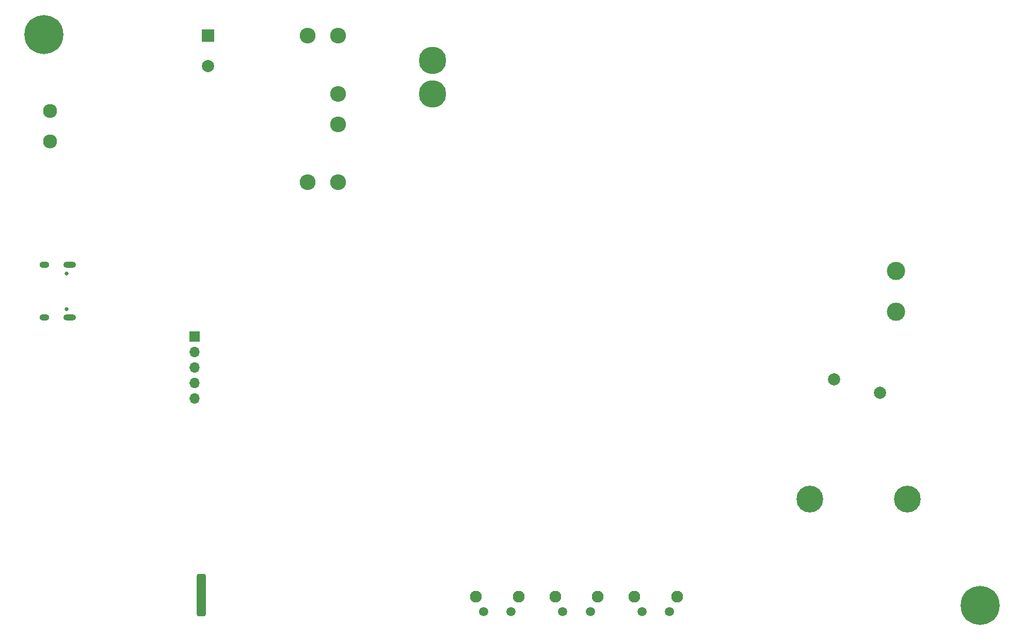
<source format=gbr>
%TF.GenerationSoftware,KiCad,Pcbnew,(6.0.9)*%
%TF.CreationDate,2022-11-24T17:37:49+02:00*%
%TF.ProjectId,pcb_heater_driver,7063625f-6865-4617-9465-725f64726976,rev?*%
%TF.SameCoordinates,Original*%
%TF.FileFunction,Soldermask,Bot*%
%TF.FilePolarity,Negative*%
%FSLAX46Y46*%
G04 Gerber Fmt 4.6, Leading zero omitted, Abs format (unit mm)*
G04 Created by KiCad (PCBNEW (6.0.9)) date 2022-11-24 17:37:49*
%MOMM*%
%LPD*%
G01*
G04 APERTURE LIST*
G04 Aperture macros list*
%AMRoundRect*
0 Rectangle with rounded corners*
0 $1 Rounding radius*
0 $2 $3 $4 $5 $6 $7 $8 $9 X,Y pos of 4 corners*
0 Add a 4 corners polygon primitive as box body*
4,1,4,$2,$3,$4,$5,$6,$7,$8,$9,$2,$3,0*
0 Add four circle primitives for the rounded corners*
1,1,$1+$1,$2,$3*
1,1,$1+$1,$4,$5*
1,1,$1+$1,$6,$7*
1,1,$1+$1,$8,$9*
0 Add four rect primitives between the rounded corners*
20,1,$1+$1,$2,$3,$4,$5,0*
20,1,$1+$1,$4,$5,$6,$7,0*
20,1,$1+$1,$6,$7,$8,$9,0*
20,1,$1+$1,$8,$9,$2,$3,0*%
G04 Aperture macros list end*
%ADD10C,2.300000*%
%ADD11C,3.000000*%
%ADD12C,4.500000*%
%ADD13C,2.000000*%
%ADD14R,2.000000X2.000000*%
%ADD15C,1.498000*%
%ADD16C,1.950000*%
%ADD17O,2.600000X2.600000*%
%ADD18C,6.400000*%
%ADD19C,3.600000*%
%ADD20C,4.400000*%
%ADD21C,2.600000*%
%ADD22R,1.700000X1.700000*%
%ADD23O,1.700000X1.700000*%
%ADD24C,0.650000*%
%ADD25O,1.600000X1.000000*%
%ADD26O,2.100000X1.000000*%
%ADD27RoundRect,0.381000X-0.381000X3.119000X-0.381000X-3.119000X0.381000X-3.119000X0.381000X3.119000X0*%
G04 APERTURE END LIST*
D10*
%TO.C,J1*%
X77300983Y-60832676D03*
X77300983Y-65832676D03*
%TD*%
D11*
%TO.C,PS1*%
X216050987Y-93814996D03*
X216050987Y-87064996D03*
D12*
X140050987Y-52564996D03*
X140050987Y-58064996D03*
%TD*%
D13*
%TO.C,RV1*%
X205962322Y-104892677D03*
X213462322Y-107092677D03*
%TD*%
D14*
%TO.C,C2*%
X103236692Y-48492675D03*
D13*
X103236692Y-53492675D03*
%TD*%
D15*
%TO.C,SW5*%
X174425985Y-142987494D03*
X178925985Y-142987494D03*
D16*
X180180985Y-140497494D03*
X173170985Y-140497494D03*
%TD*%
D17*
%TO.C,U6*%
X119562323Y-72492675D03*
X124562323Y-72492675D03*
%TD*%
D18*
%TO.C,H3*%
X229900983Y-141932678D03*
D19*
X229900983Y-141932678D03*
%TD*%
D17*
%TO.C,U4*%
X124562323Y-58064996D03*
X124562323Y-63064996D03*
%TD*%
D20*
%TO.C,H7*%
X201937321Y-124492677D03*
D21*
X201937321Y-124492677D03*
%TD*%
D22*
%TO.C,J2*%
X100980980Y-97829995D03*
D23*
X100980980Y-100369995D03*
X100980980Y-102909995D03*
X100980980Y-105449995D03*
X100980980Y-107989995D03*
%TD*%
D15*
%TO.C,SW4*%
X161425985Y-142987494D03*
X165925985Y-142987494D03*
D16*
X167180985Y-140497494D03*
X160170985Y-140497494D03*
%TD*%
D20*
%TO.C,H6*%
X217937321Y-124492677D03*
D21*
X217937321Y-124492677D03*
%TD*%
D24*
%TO.C,J4*%
X79992321Y-93322676D03*
X79992321Y-87542676D03*
D25*
X76342321Y-86112676D03*
D26*
X80522321Y-86112676D03*
X80522321Y-94752676D03*
D25*
X76342321Y-94752676D03*
%TD*%
D17*
%TO.C,U5*%
X119562323Y-48492675D03*
X124562323Y-48492675D03*
%TD*%
D18*
%TO.C,H2*%
X76300982Y-48332675D03*
D19*
X76300982Y-48332675D03*
%TD*%
D27*
%TO.C,J5*%
X102100983Y-140264994D03*
%TD*%
D15*
%TO.C,SW1*%
X148425985Y-142987494D03*
X152925985Y-142987494D03*
D16*
X154180985Y-140497494D03*
X147170985Y-140497494D03*
%TD*%
M02*

</source>
